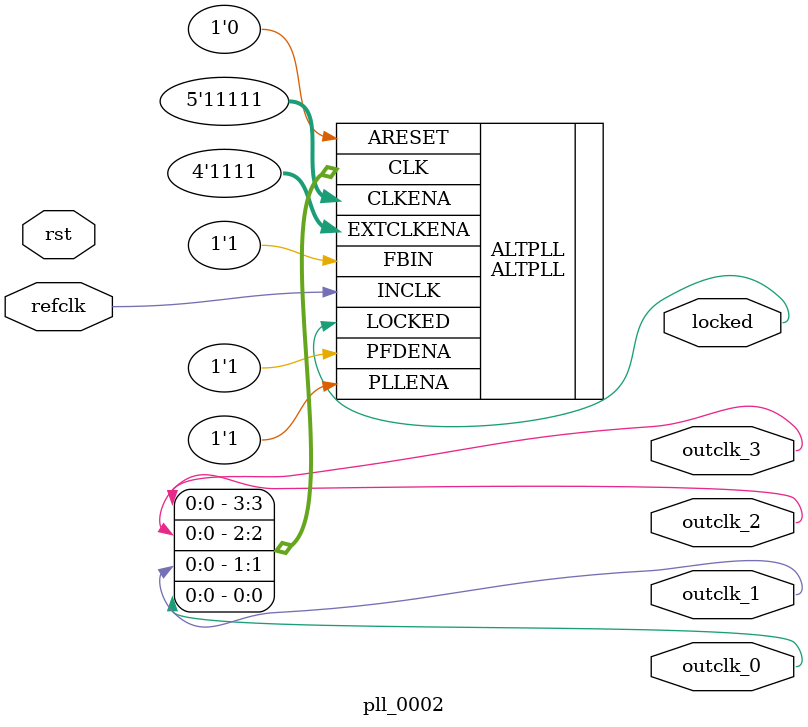
<source format=v>

`timescale 1ns/10ps
module  pll_0002(
	input wire refclk,
	input wire rst,
	output wire outclk_0,
	output wire outclk_1,
	output wire outclk_2,
	output wire outclk_3,
	output wire locked
);
`ifdef CYCLONEV
	altera_pll #(
		.fractional_vco_multiplier("false"),
		.reference_clock_frequency("50.0 MHz"),
		.operation_mode("direct"),
		.number_of_clocks(4),
		.output_clock_frequency0("50.000000 MHz"),
		.phase_shift0("0 ps"),
		.duty_cycle0(50),
		.output_clock_frequency1("40.000000 MHz"),
		.phase_shift1("0 ps"),
		.duty_cycle1(50),
		.output_clock_frequency2("25.000000 MHz"),
		.phase_shift2("0 ps"),
		.duty_cycle2(50),
		.output_clock_frequency3("100.000000 MHz"),
		.phase_shift3("0 ps"),
		.duty_cycle3(50),
		.pll_type("General"),
		.pll_subtype("General")
	) altera_pll_i (
		.rst	(rst),
		.outclk	({outclk_3, outclk_2, outclk_1, outclk_0}),
		.locked	(locked),
		.fboutclk	( ),
		.fbclk	(1'b0),
		.refclk	(refclk)
	);
`else
	ALTPLL #(
		.BANDWIDTH_TYPE("AUTO"),
		.CLK0_DIVIDE_BY(10'd30),   // 50 MHz
		.CLK0_DUTY_CYCLE(6'd50),
		.CLK0_MULTIPLY_BY(10'd30),
		.CLK0_PHASE_SHIFT(1'd0),
		.CLK1_DIVIDE_BY(10'd24),   // 40 MHz = 50 MHz * 30 / 24
		.CLK1_DUTY_CYCLE(6'd50),
		.CLK1_MULTIPLY_BY(10'd30),
		.CLK1_PHASE_SHIFT(1'd0),
		.CLK2_DIVIDE_BY(10'd60),   // 25 MHz = 50 MHz * 30 / 60
		.CLK2_DUTY_CYCLE(6'd50),
		.CLK2_MULTIPLY_BY(10'd30),
		.CLK2_PHASE_SHIFT(1'd0),
		.CLK3_DIVIDE_BY(10'd15),   // 100 MHz = 50 MHz * 30 / 15
		.CLK3_DUTY_CYCLE(6'd50),
		.CLK3_MULTIPLY_BY(10'd30),
		.CLK3_PHASE_SHIFT(1'd0),
		.COMPENSATE_CLOCK("CLK0"),
		.INCLK0_INPUT_FREQUENCY(15'd20000),
		.OPERATION_MODE("NORMAL")
	) ALTPLL (
		.ARESET(1'd0),
		.CLKENA(5'd31),
		.EXTCLKENA(4'd15),
		.FBIN(1'd1),
		.INCLK(refclk),
		.PFDENA(1'd1),
		.PLLENA(1'd1),
		.CLK({outclk_3, outclk_2, outclk_1, outclk_0}),
		.LOCKED(locked)
	);
`endif
endmodule


</source>
